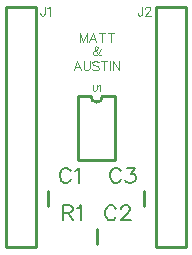
<source format=gbr>
G04 DipTrace 3.1.0.1*
G04 TopSilk.gbr*
%MOIN*%
G04 #@! TF.FileFunction,Legend,Top*
G04 #@! TF.Part,Single*
%ADD10C,0.009843*%
%ADD34C,0.00772*%
%ADD35C,0.003088*%
%ADD36C,0.004632*%
%FSLAX26Y26*%
G04*
G70*
G90*
G75*
G01*
G04 TopSilk*
%LPD*%
X546071Y580608D2*
D10*
Y631749D1*
X708554Y455621D2*
Y506762D1*
X866265Y631749D2*
Y580608D1*
X406193Y443727D2*
X506194D1*
Y1243654D1*
X406193D1*
Y443727D1*
X1006292Y1243889D2*
X906290D1*
Y443962D1*
X1006292D1*
Y1243889D1*
X644871Y947877D2*
Y735278D1*
X770843Y947877D2*
Y735278D1*
X644871D2*
X770843D1*
X644871Y947877D2*
X688168D1*
X727546D2*
X770843D1*
X688168D2*
G03X727546Y947877I19689J23D01*
G01*
X621166Y696991D2*
D34*
X618790Y701744D1*
X613981Y706553D1*
X609228Y708929D1*
X599666D1*
X594858Y706553D1*
X590105Y701744D1*
X587673Y696991D1*
X585296Y689806D1*
Y677812D1*
X587673Y670683D1*
X590105Y665874D1*
X594858Y661121D1*
X599666Y658689D1*
X609228D1*
X613981Y661121D1*
X618790Y665874D1*
X621166Y670683D1*
X636605Y699312D2*
X641414Y701744D1*
X648599Y708874D1*
Y658689D1*
X772899Y572004D2*
X770523Y576757D1*
X765714Y581566D1*
X760961Y583942D1*
X751399D1*
X746591Y581566D1*
X741838Y576757D1*
X739406Y572004D1*
X737029Y564819D1*
Y552825D1*
X739406Y545696D1*
X741838Y540887D1*
X746591Y536134D1*
X751399Y533702D1*
X760961D1*
X765714Y536134D1*
X770523Y540887D1*
X772899Y545696D1*
X790770Y571949D2*
Y574325D1*
X793147Y579134D1*
X795523Y581510D1*
X800332Y583887D1*
X809893D1*
X814647Y581510D1*
X817023Y579134D1*
X819455Y574325D1*
Y569572D1*
X817023Y564764D1*
X812270Y557634D1*
X788338Y533702D1*
X821832D1*
X788857Y696991D2*
X786481Y701744D1*
X781672Y706553D1*
X776919Y708929D1*
X767357D1*
X762549Y706553D1*
X757796Y701744D1*
X755364Y696991D1*
X752987Y689806D1*
Y677812D1*
X755364Y670683D1*
X757796Y665874D1*
X762549Y661121D1*
X767357Y658689D1*
X776919D1*
X781672Y661121D1*
X786481Y665874D1*
X788857Y670683D1*
X809105Y708874D2*
X835358D1*
X821043Y689751D1*
X828228D1*
X832981Y687374D1*
X835358Y684997D1*
X837790Y677812D1*
Y673059D1*
X835358Y665874D1*
X830605Y661066D1*
X823420Y658689D1*
X816235D1*
X809105Y661066D1*
X806728Y663498D1*
X804296Y668251D1*
X594369Y560011D2*
X615869D1*
X623054Y562442D1*
X625486Y564819D1*
X627862Y569572D1*
Y574381D1*
X625486Y579134D1*
X623054Y581566D1*
X615869Y583942D1*
X594369D1*
Y533702D1*
X611116Y560011D2*
X627862Y533702D1*
X643302Y574325D2*
X648110Y576757D1*
X655295Y583887D1*
Y533702D1*
X694442Y986854D2*
D35*
Y972506D1*
X695392Y969632D1*
X697316Y967731D1*
X700190Y966758D1*
X702091D1*
X704965Y967731D1*
X706888Y969632D1*
X707839Y972506D1*
Y986854D1*
X714015Y983008D2*
X715938Y983980D1*
X718812Y986832D1*
Y966758D1*
X534591Y1246707D2*
D36*
Y1223759D1*
X533165Y1219448D1*
X531706Y1218022D1*
X528854Y1216563D1*
X525969D1*
X523117Y1218022D1*
X521691Y1219448D1*
X520232Y1223759D1*
Y1226611D1*
X543854Y1240937D2*
X546740Y1242396D1*
X551051Y1246674D1*
Y1216563D1*
X859557Y1246707D2*
Y1223759D1*
X858131Y1219448D1*
X856672Y1218022D1*
X853820Y1216563D1*
X850935D1*
X848083Y1218022D1*
X846657Y1219448D1*
X845198Y1223759D1*
Y1226611D1*
X870279Y1239511D2*
Y1240937D1*
X871705Y1243822D1*
X873131Y1245248D1*
X876016Y1246674D1*
X881753D1*
X884605Y1245248D1*
X886031Y1243822D1*
X887490Y1240937D1*
Y1238085D1*
X886031Y1235200D1*
X883179Y1230922D1*
X868820Y1216563D1*
X888916D1*
X674416Y1128300D2*
Y1158444D1*
X662942Y1128300D1*
X651468Y1158444D1*
Y1128300D1*
X706661D2*
X695154Y1158444D1*
X683680Y1128300D1*
X687991Y1138348D2*
X702350D1*
X725972Y1158444D2*
Y1128300D1*
X715924Y1158444D2*
X736020D1*
X755332D2*
Y1128300D1*
X745284Y1158444D2*
X765380D1*
X722472Y1104651D2*
X721013D1*
X719587Y1103192D1*
X718161Y1100340D1*
X715276Y1093177D1*
X712424Y1088866D1*
X709573Y1085981D1*
X706687Y1084555D1*
X700951D1*
X698099Y1085981D1*
X696639Y1087440D1*
X695214Y1090292D1*
Y1093177D1*
X696639Y1096029D1*
X698099Y1097455D1*
X708113Y1103192D1*
X709573Y1104651D1*
X710999Y1107503D1*
Y1110388D1*
X709573Y1113240D1*
X706687Y1114666D1*
X703836Y1113240D1*
X702376Y1110388D1*
Y1107503D1*
X703836Y1103192D1*
X706687Y1098914D1*
X713850Y1088866D1*
X716735Y1085981D1*
X719587Y1084555D1*
X722472D1*
X655701Y1034560D2*
X644194Y1064704D1*
X632720Y1034560D1*
X637031Y1044608D2*
X651390D1*
X664965Y1064704D2*
Y1043182D1*
X666391Y1038871D1*
X669276Y1036019D1*
X673587Y1034560D1*
X676439D1*
X680750Y1036019D1*
X683635Y1038871D1*
X685061Y1043182D1*
Y1064704D1*
X714420Y1060393D2*
X711568Y1063278D1*
X707257Y1064704D1*
X701520D1*
X697209Y1063278D1*
X694324Y1060393D1*
Y1057541D1*
X695783Y1054656D1*
X697209Y1053230D1*
X700061Y1051804D1*
X708683Y1048919D1*
X711568Y1047493D1*
X712994Y1046034D1*
X714420Y1043182D1*
Y1038871D1*
X711568Y1036019D1*
X707257Y1034560D1*
X701520D1*
X697209Y1036019D1*
X694324Y1038871D1*
X733732Y1064704D2*
Y1034560D1*
X723684Y1064704D2*
X743780D1*
X753043D2*
Y1034560D1*
X782403Y1064704D2*
Y1034560D1*
X762307Y1064704D1*
Y1034560D1*
M02*

</source>
